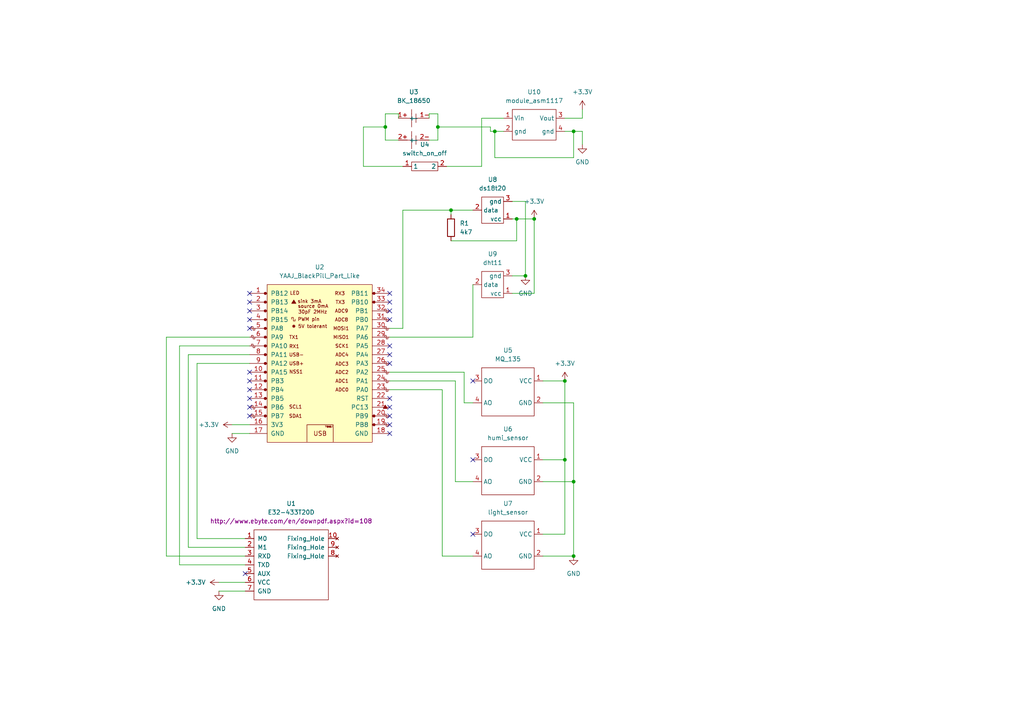
<source format=kicad_sch>
(kicad_sch (version 20211123) (generator eeschema)
  (paper "A4")
  (lib_symbols
    (symbol "Device:R" (pin_numbers hide) (pin_names (offset 0))
      (property "Reference" "R" (at 2.032 0 90))
      (property "Value" "R" (at 0 0 90))
      (symbol "R_0_1"
        (rectangle (start -1.016 -2.54) (end 1.016 2.54) (stroke (width 0.254)))
      )
      (symbol "R_1_1"
        (pin passive line (at 0 3.81 270) (length 1.27) (name "~") (number "1"))
        (pin passive line (at 0 -3.81 90) (length 1.27) (name "~") (number "2"))
      )
    )
    (symbol "E32-xxxT20D:E32-433T20D" (pin_names (offset 1.016))
      (property "Reference" "U" (at 0 3.302 0))
      (property "Value" "E32-433T20D" (at 0 1.27 0))
      (property "Datasheet" "http://www.ebyte.com/en/downpdf.aspx?id=108" (at 0 0 0))
      (symbol "E32-433T20D_0_1"
        (rectangle (start 0 0) (end 21.59 -20.32))
      )
      (symbol "E32-433T20D_1_0"
        (pin no_connect line (at 24.13 -7.62 180) (length 2.54) (name "Fixing_Hole") (number "8"))
      )
      (symbol "E32-433T20D_1_1"
        (pin input line (at -2.54 -2.54 0) (length 2.54) (name "M0") (number "1"))
        (pin no_connect line (at 24.13 -2.54 180) (length 2.54) (name "Fixing_Hole") (number "10"))
        (pin input line (at -2.54 -5.08 0) (length 2.54) (name "M1") (number "2"))
        (pin input line (at -2.54 -7.62 0) (length 2.54) (name "RXD") (number "3"))
        (pin output line (at -2.54 -10.16 0) (length 2.54) (name "TXD") (number "4"))
        (pin output line (at -2.54 -12.7 0) (length 2.54) (name "AUX") (number "5"))
        (pin input line (at -2.54 -15.24 0) (length 2.54) (name "VCC") (number "6"))
        (pin input line (at -2.54 -17.78 0) (length 2.54) (name "GND") (number "7"))
        (pin no_connect line (at 24.13 -5.08 180) (length 2.54) (name "Fixing_Hole") (number "9"))
      )
    )
    (symbol "YAAJ_BlackPill_Part_Like:YAAJ_BlackPill_Part_Like" (pin_names (offset 1.016))
      (property "Reference" "U" (at -13.97 24.13 0))
      (property "Value" "YAAJ_BlackPill_Part_Like" (at 0 -3.81 90))
      (symbol "YAAJ_BlackPill_Part_Like_0_0"
        (circle (center -15.748 -15.24) (radius 0.3556) (fill (type outline)))
        (circle (center -15.748 -12.7) (radius 0.3556) (fill (type outline)))
        (circle (center -15.748 -10.16) (radius 0.3556) (fill (type outline)))
        (circle (center -15.748 -7.62) (radius 0.3556) (fill (type outline)))
        (circle (center -15.748 -5.08) (radius 0.3556) (fill (type outline)))
        (circle (center -15.748 -2.54) (radius 0.3556) (fill (type outline)))
        (circle (center -15.748 0) (radius 0.3556) (fill (type outline)))
        (circle (center -15.748 2.54) (radius 0.3556) (fill (type outline)))
        (circle (center -15.748 5.08) (radius 0.3556) (fill (type outline)))
        (circle (center -15.748 7.62) (radius 0.3556) (fill (type outline)))
        (circle (center -15.748 10.16) (radius 0.3556) (fill (type outline)))
        (circle (center -15.748 12.7) (radius 0.3556) (fill (type outline)))
        (circle (center -15.748 15.24) (radius 0.3556) (fill (type outline)))
        (circle (center -15.748 20.32) (radius 0.3556) (fill (type outline)))
        (circle (center -7.493 10.795) (radius 0.127) (fill (type outline)))
        (circle (center -7.493 10.795) (radius 0.254))
        (circle (center -7.493 10.795) (radius 0.3556))
        (polyline (pts (xy -8.128 17.399) (xy -7.493 18.415) (xy -6.858 17.399) (xy -8.128 17.399) (xy -7.493 18.288) (xy -6.985 17.399) (xy -8.001 17.526) (xy -7.493 18.161) (xy -7.112 17.399) (xy -7.874 17.653) (xy -7.366 18.034) (xy -7.239 17.399) (xy -7.747 17.78) (xy -7.239 17.907) (xy -7.366 17.526) (xy -7.62 17.78) (xy -7.366 17.653) (xy -7.493 17.907)))
        (polyline (pts (xy 18.415 -13.081) (xy 19.05 -12.065) (xy 19.685 -13.081) (xy 18.415 -13.081) (xy 19.05 -12.192) (xy 19.558 -13.081) (xy 18.542 -12.954) (xy 19.05 -12.319) (xy 19.431 -13.081) (xy 18.669 -12.827) (xy 19.177 -12.446) (xy 19.304 -13.081) (xy 18.796 -12.7) (xy 19.304 -12.573) (xy 19.177 -12.954) (xy 18.923 -12.7) (xy 19.177 -12.827) (xy 19.05 -12.573)))
        (circle (center 15.748 -17.78) (radius 0.3556) (fill (type outline)))
        (circle (center 15.748 -15.24) (radius 0.3556) (fill (type outline)))
        (circle (center 15.748 17.78) (radius 0.254) (fill (type outline)))
        (circle (center 15.748 17.78) (radius 0.3556))
        (circle (center 15.748 20.32) (radius 0.254) (fill (type outline)))
        (circle (center 15.748 20.32) (radius 0.3556))
        (text "30pF 2MHz" (at -2.032 14.986 0) (effects (font (size 0.9906 0.9906))))
        (text "5V tolerant" (at -2.032 10.795 0) (effects (font (size 0.9906 0.9906))))
        (text "ADC0" (at 6.477 -7.62 0) (effects (font (size 0.9906 0.9906))))
        (text "ADC1" (at 6.477 -5.08 0) (effects (font (size 0.9906 0.9906))))
        (text "ADC2" (at 6.477 -2.54 0) (effects (font (size 0.9906 0.9906))))
        (text "ADC3" (at 6.477 -0.127 0) (effects (font (size 0.9906 0.9906))))
        (text "ADC4" (at 6.477 2.54 0) (effects (font (size 0.9906 0.9906))))
        (text "ADC8" (at 6.35 12.7 0) (effects (font (size 0.9906 0.9906))))
        (text "ADC9" (at 6.35 15.24 0) (effects (font (size 0.9906 0.9906))))
        (text "LED" (at -7.239 20.447 0) (effects (font (size 0.9906 0.9906))))
        (text "MISO1" (at 6.223 7.62 0) (effects (font (size 0.9906 0.9906))))
        (text "MOSI1" (at 6.223 10.16 0) (effects (font (size 0.9906 0.9906))))
        (text "NSS1" (at -6.858 -2.413 0) (effects (font (size 0.9906 0.9906))))
        (text "PWM pin" (at -3.175 12.827 0) (effects (font (size 0.9906 0.9906))))
        (text "RX1" (at -7.366 4.953 0) (effects (font (size 0.9906 0.9906))))
        (text "RX3" (at 5.842 20.32 0) (effects (font (size 0.9906 0.9906))))
        (text "SCK1" (at 6.477 5.08 0) (effects (font (size 0.9906 0.9906))))
        (text "SCL1" (at -6.985 -12.573 0) (effects (font (size 0.9906 0.9906))))
        (text "SDA1" (at -6.985 -15.24 0) (effects (font (size 0.9906 0.9906))))
        (text "sink 3mA" (at -2.921 18.034 0) (effects (font (size 0.9906 0.9906))))
        (text "source 0mA" (at -1.905 16.637 0) (effects (font (size 0.9906 0.9906))))
        (text "TX1" (at -7.493 7.62 0) (effects (font (size 0.9906 0.9906))))
        (text "TX3" (at 5.969 17.78 0) (effects (font (size 0.9906 0.9906))))
        (text "USB" (at 0.127 -20.32 0) (effects (font (size 1.27 1.27))))
        (text "USB+" (at -6.731 0 0) (effects (font (size 0.9906 0.9906))))
        (text "USB-" (at -6.731 2.54 0) (effects (font (size 0.9906 0.9906))))
        (text "Y@@J" (at 2.667 -18.288 0) (effects (font (size 0.508 0.508))))
      )
      (symbol "YAAJ_BlackPill_Part_Like_0_1"
        (rectangle (start -15.24 22.86) (end 15.24 -22.86) (fill (type background)))
        (polyline (pts (xy -18.796 -15.24) (xy -18.796 -15.748) (xy -19.304 -15.748) (xy -19.304 -14.732) (xy -19.812 -14.732) (xy -19.812 -15.24)))
        (polyline (pts (xy -18.796 -12.7) (xy -18.796 -13.208) (xy -19.304 -13.208) (xy -19.304 -12.192) (xy -19.812 -12.192) (xy -19.812 -12.7)))
        (polyline (pts (xy -18.796 5.08) (xy -18.796 4.572) (xy -19.304 4.572) (xy -19.304 5.588) (xy -19.812 5.588) (xy -19.812 5.08)))
        (polyline (pts (xy -18.796 7.62) (xy -18.796 7.112) (xy -19.304 7.112) (xy -19.304 8.128) (xy -19.812 8.128) (xy -19.812 7.62)))
        (polyline (pts (xy -18.796 10.16) (xy -18.796 9.652) (xy -19.304 9.652) (xy -19.304 10.668) (xy -19.812 10.668) (xy -19.812 10.16)))
        (polyline (pts (xy -7.112 12.827) (xy -7.112 12.319) (xy -7.62 12.319) (xy -7.62 13.335) (xy -8.128 13.335) (xy -8.128 12.827)))
        (polyline (pts (xy 18.796 -17.78) (xy 18.796 -17.272) (xy 19.304 -17.272) (xy 19.304 -18.288) (xy 19.812 -18.288) (xy 19.812 -17.78)))
        (polyline (pts (xy 18.796 -15.24) (xy 18.796 -14.732) (xy 19.304 -14.732) (xy 19.304 -15.748) (xy 19.812 -15.748) (xy 19.812 -15.24)))
        (polyline (pts (xy 19.812 -7.62) (xy 19.812 -8.128) (xy 19.304 -8.128) (xy 19.304 -7.112) (xy 18.796 -7.112) (xy 18.796 -7.62)))
        (polyline (pts (xy 19.812 -5.08) (xy 19.812 -5.588) (xy 19.304 -5.588) (xy 19.304 -4.572) (xy 18.796 -4.572) (xy 18.796 -5.08)))
        (polyline (pts (xy 19.812 -2.54) (xy 19.812 -3.048) (xy 19.304 -3.048) (xy 19.304 -2.032) (xy 18.796 -2.032) (xy 18.796 -2.54)))
        (polyline (pts (xy 19.812 0) (xy 19.812 -0.508) (xy 19.304 -0.508) (xy 19.304 0.508) (xy 18.796 0.508) (xy 18.796 0)))
        (polyline (pts (xy 19.812 7.62) (xy 19.812 7.112) (xy 19.304 7.112) (xy 19.304 8.128) (xy 18.796 8.128) (xy 18.796 7.62)))
        (polyline (pts (xy 19.812 10.16) (xy 19.812 9.652) (xy 19.304 9.652) (xy 19.304 10.668) (xy 18.796 10.668) (xy 18.796 10.16)))
        (polyline (pts (xy 19.812 12.7) (xy 19.812 12.192) (xy 19.304 12.192) (xy 19.304 13.208) (xy 18.796 13.208) (xy 18.796 12.7)))
        (polyline (pts (xy 19.812 15.24) (xy 19.812 14.732) (xy 19.304 14.732) (xy 19.304 15.748) (xy 18.796 15.748) (xy 18.796 15.24)))
        (rectangle (start 3.937 -17.78) (end -3.683 -22.86))
      )
      (symbol "YAAJ_BlackPill_Part_Like_1_1"
        (circle (center -15.748 17.78) (radius 0.3556) (fill (type outline)))
        (pin bidirectional line (at -20.32 20.32 0) (length 5.08) (name "PB12") (number "1"))
        (pin bidirectional line (at -20.32 -2.54 0) (length 5.08) (name "PA15") (number "10"))
        (pin bidirectional line (at -20.32 -5.08 0) (length 5.08) (name "PB3") (number "11"))
        (pin bidirectional line (at -20.32 -7.62 0) (length 5.08) (name "PB4") (number "12"))
        (pin bidirectional line (at -20.32 -10.16 0) (length 5.08) (name "PB5") (number "13"))
        (pin bidirectional line (at -20.32 -12.7 0) (length 5.08) (name "PB6") (number "14"))
        (pin bidirectional line (at -20.32 -15.24 0) (length 5.08) (name "PB7") (number "15"))
        (pin power_in line (at -20.32 -17.78 0) (length 5.08) (name "3V3") (number "16"))
        (pin power_in line (at -20.32 -20.32 0) (length 5.08) (name "GND") (number "17"))
        (pin power_in line (at 20.32 -20.32 180) (length 5.08) (name "GND") (number "18"))
        (pin bidirectional line (at 20.32 -17.78 180) (length 5.08) (name "PB8") (number "19"))
        (pin bidirectional line (at -20.32 17.78 0) (length 5.08) (name "PB13") (number "2"))
        (pin bidirectional line (at 20.32 -15.24 180) (length 5.08) (name "PB9") (number "20"))
        (pin bidirectional line (at 20.32 -12.7 180) (length 5.08) (name "PC13") (number "21"))
        (pin input line (at 20.32 -10.16 180) (length 5.08) (name "RST") (number "22"))
        (pin bidirectional line (at 20.32 -7.62 180) (length 5.08) (name "PA0") (number "23"))
        (pin bidirectional line (at 20.32 -5.08 180) (length 5.08) (name "PA1") (number "24"))
        (pin bidirectional line (at 20.32 -2.54 180) (length 5.08) (name "PA2") (number "25"))
        (pin bidirectional line (at 20.32 0 180) (length 5.08) (name "PA3") (number "26"))
        (pin bidirectional line (at 20.32 2.54 180) (length 5.08) (name "PA4") (number "27"))
        (pin bidirectional line (at 20.32 5.08 180) (length 5.08) (name "PA5") (number "28"))
        (pin bidirectional line (at 20.32 7.62 180) (length 5.08) (name "PA6") (number "29"))
        (pin bidirectional line (at -20.32 15.24 0) (length 5.08) (name "PB14") (number "3"))
        (pin bidirectional line (at 20.32 10.16 180) (length 5.08) (name "PA7") (number "30"))
        (pin bidirectional line (at 20.32 12.7 180) (length 5.08) (name "PB0") (number "31"))
        (pin bidirectional line (at 20.32 15.24 180) (length 5.08) (name "PB1") (number "32"))
        (pin bidirectional line (at 20.32 17.78 180) (length 5.08) (name "PB10") (number "33"))
        (pin bidirectional line (at 20.32 20.32 180) (length 5.08) (name "PB11") (number "34"))
        (pin bidirectional line (at -20.32 12.7 0) (length 5.08) (name "PB15") (number "4"))
        (pin bidirectional line (at -20.32 10.16 0) (length 5.08) (name "PA8") (number "5"))
        (pin bidirectional line (at -20.32 7.62 0) (length 5.08) (name "PA9") (number "6"))
        (pin bidirectional line (at -20.32 5.08 0) (length 5.08) (name "PA10") (number "7"))
        (pin bidirectional line (at -20.32 2.54 0) (length 5.08) (name "PA11") (number "8"))
        (pin bidirectional line (at -20.32 0 0) (length 5.08) (name "PA12") (number "9"))
      )
    )
    (symbol "ds18t20:ds18t20"
      (property "Reference" "U" (at 3.81 8.89 0))
      (property "Value" "ds18t20" (at 3.81 -2.54 0))
      (symbol "ds18t20_0_1"
        (rectangle (start 0 7.62) (end 6.35 0))
      )
      (symbol "ds18t20_1_1"
        (pin input line (at -2.54 6.35 0) (length 2.54) (name "vcc") (number "1"))
        (pin output line (at 8.89 3.81 180) (length 2.54) (name "data") (number "2"))
        (pin input line (at -2.54 1.27 0) (length 2.54) (name "gnd") (number "3"))
      )
    )
    (symbol "module_analog_sensor:BK_18650"
      (property "Reference" "U" (at 8.89 2.54 0))
      (property "Value" "BK_18650" (at 6.35 16.51 0))
      (symbol "BK_18650_0_1"
        (polyline (pts (xy 6.35 5.08) (xy 5.08 5.08)))
        (polyline (pts (xy 6.35 6.35) (xy 6.35 2.54)))
        (polyline (pts (xy 6.35 6.35) (xy 6.35 7.62)))
        (polyline (pts (xy 6.35 11.43) (xy 5.08 11.43)))
        (polyline (pts (xy 6.35 12.7) (xy 6.35 8.89)))
        (polyline (pts (xy 6.35 12.7) (xy 6.35 13.97)))
        (polyline (pts (xy 7.62 5.08) (xy 7.62 3.81)))
        (polyline (pts (xy 7.62 5.08) (xy 7.62 6.35)))
        (polyline (pts (xy 7.62 5.08) (xy 8.89 5.08)))
        (polyline (pts (xy 7.62 11.43) (xy 7.62 10.16)))
        (polyline (pts (xy 7.62 11.43) (xy 7.62 12.7)))
        (polyline (pts (xy 7.62 11.43) (xy 8.89 11.43)))
      )
      (symbol "BK_18650_1_1"
        (pin output line (at 2.54 11.43 0) (length 2.54) (name "+") (number "1+"))
        (pin output line (at 11.43 11.43 180) (length 2.54) (name "-") (number "1-"))
        (pin output line (at 2.54 5.08 0) (length 2.54) (name "+") (number "2+"))
        (pin output line (at 11.43 5.08 180) (length 2.54) (name "-") (number "2-"))
      )
    )
    (symbol "module_analog_sensor:MQ_135"
      (property "Reference" "U" (at 7.62 15.24 0))
      (property "Value" "MQ_135" (at 7.62 -1.27 0))
      (symbol "MQ_135_0_1"
        (rectangle (start 0 13.97) (end 0 13.97))
        (rectangle (start 0 13.97) (end 15.24 0))
      )
      (symbol "MQ_135_1_1"
        (pin power_in line (at 17.78 10.16 180) (length 2.54) (name "VCC") (number "1"))
        (pin power_in line (at 17.78 3.81 180) (length 2.54) (name "GND") (number "2"))
        (pin output line (at -2.54 10.16 0) (length 2.54) (name "DO") (number "3"))
        (pin output line (at -2.54 3.81 0) (length 2.54) (name "AO") (number "4"))
      )
    )
    (symbol "module_analog_sensor:humi_sensor"
      (property "Reference" "U" (at 1.27 15.24 0))
      (property "Value" "humi_sensor" (at 7.62 -2.54 0))
      (symbol "humi_sensor_0_1"
        (rectangle (start 0 13.97) (end 0 13.97))
        (rectangle (start 0 13.97) (end 15.24 0))
      )
      (symbol "humi_sensor_1_1"
        (pin power_in line (at 17.78 10.16 180) (length 2.54) (name "VCC") (number "1"))
        (pin power_in line (at 17.78 3.81 180) (length 2.54) (name "GND") (number "2"))
        (pin output line (at -2.54 10.16 0) (length 2.54) (name "DO") (number "3"))
        (pin output line (at -2.54 3.81 0) (length 2.54) (name "AO") (number "4"))
      )
    )
    (symbol "module_analog_sensor:light_sensor"
      (property "Reference" "U" (at 7.62 15.24 0))
      (property "Value" "light_sensor" (at 7.62 -1.27 0))
      (symbol "light_sensor_0_1"
        (rectangle (start 0 13.97) (end 0 13.97))
        (rectangle (start 0 13.97) (end 15.24 0))
      )
      (symbol "light_sensor_1_1"
        (pin power_in line (at 17.78 10.16 180) (length 2.54) (name "VCC") (number "1"))
        (pin power_in line (at 17.78 3.81 180) (length 2.54) (name "GND") (number "2"))
        (pin output line (at -2.54 10.16 0) (length 2.54) (name "DO") (number "3"))
        (pin output line (at -2.54 3.81 0) (length 2.54) (name "AO") (number "4"))
      )
    )
    (symbol "module_analog_sensor:module_asm1117"
      (property "Reference" "U" (at 6.35 10.16 0))
      (property "Value" "module_asm1117" (at 6.35 -2.54 0))
      (symbol "module_asm1117_0_1"
        (rectangle (start 0 8.89) (end 12.7 0))
      )
      (symbol "module_asm1117_1_1"
        (pin input line (at -2.54 6.35 0) (length 2.54) (name "Vin") (number "1"))
        (pin input line (at -2.54 2.54 0) (length 2.54) (name "gnd") (number "2"))
        (pin output line (at 15.24 6.35 180) (length 2.54) (name "Vout") (number "3"))
        (pin output line (at 15.24 2.54 180) (length 2.54) (name "gnd") (number "4"))
      )
    )
    (symbol "power:+3.3V" (power) (pin_names (offset 0))
      (property "Value" "+3.3V" (at 0 3.556 0))
      (symbol "+3.3V_0_1"
        (polyline (pts (xy -0.762 1.27) (xy 0 2.54)))
        (polyline (pts (xy 0 0) (xy 0 2.54)))
        (polyline (pts (xy 0 2.54) (xy 0.762 1.27)))
      )
      (symbol "+3.3V_1_1"
        (pin power_in line (at 0 0 90) (length 0) hide (name "+3.3V") (number "1"))
      )
    )
    (symbol "power:GND" (power) (pin_names (offset 0))
      (property "Value" "GND" (at 0 -3.81 0))
      (symbol "GND_0_1"
        (polyline (pts (xy 0 0) (xy 0 -1.27) (xy 1.27 -1.27) (xy 0 -2.54) (xy -1.27 -1.27) (xy 0 -1.27)))
      )
      (symbol "GND_1_1"
        (pin power_in line (at 0 0 270) (length 0) hide (name "GND") (number "1"))
      )
    )
    (symbol "switch:switch_on_off"
      (property "Reference" "U" (at 3.81 3.81 0))
      (property "Value" "switch_on_off" (at 3.81 -1.27 0))
      (symbol "switch_on_off_0_1"
        (rectangle (start 0 2.54) (end 7.62 0))
      )
      (symbol "switch_on_off_1_1"
        (pin input line (at -2.54 1.27 0) (length 2.54) (name "1") (number "1"))
        (pin output line (at 10.16 1.27 180) (length 2.54) (name "2") (number "2"))
      )
    )
  )
  (junction (at 166.37 38.1))
  (junction (at 166.37 139.7))
  (junction (at 152.4 80.01))
  (junction (at 111.76 36.83))
  (junction (at 127 36.83))
  (junction (at 143.51 38.1))
  (junction (at 130.81 60.96))
  (junction (at 149.86 63.5))
  (junction (at 154.94 63.5))
  (junction (at 163.83 110.49))
  (junction (at 163.83 133.35))
  (junction (at 166.37 161.29))
  (no_connect (at 72.39 110.49))
  (no_connect (at 72.39 115.57))
  (no_connect (at 113.03 125.73))
  (no_connect (at 113.03 105.41))
  (no_connect (at 72.39 118.11))
  (no_connect (at 113.03 87.63))
  (no_connect (at 113.03 100.33))
  (no_connect (at 72.39 95.25))
  (no_connect (at 113.03 92.71))
  (no_connect (at 113.03 115.57))
  (no_connect (at 137.16 154.94))
  (no_connect (at 113.03 102.87))
  (no_connect (at 71.12 166.37))
  (no_connect (at 72.39 90.17))
  (no_connect (at 72.39 120.65))
  (no_connect (at 113.03 118.11))
  (no_connect (at 113.03 90.17))
  (no_connect (at 137.16 110.49))
  (no_connect (at 113.03 85.09))
  (no_connect (at 72.39 87.63))
  (no_connect (at 113.03 120.65))
  (no_connect (at 72.39 92.71))
  (no_connect (at 137.16 133.35))
  (no_connect (at 72.39 107.95))
  (no_connect (at 72.39 113.03))
  (no_connect (at 113.03 123.19))
  (no_connect (at 72.39 85.09))
  (wire (pts (xy 124.46 34.29) (xy 124.46 33.02)))
  (wire (pts (xy 57.15 156.21) (xy 57.15 105.41)))
  (wire (pts (xy 163.83 154.94) (xy 163.83 133.35)))
  (wire (pts (xy 134.62 116.84) (xy 137.16 116.84)))
  (wire (pts (xy 134.62 107.95) (xy 134.62 116.84)))
  (wire (pts (xy 132.08 110.49) (xy 132.08 139.7)))
  (wire (pts (xy 166.37 116.84) (xy 166.37 139.7)))
  (wire (pts (xy 105.41 48.26) (xy 116.84 48.26)))
  (wire (pts (xy 52.07 100.33) (xy 52.07 163.83)))
  (wire (pts (xy 48.26 97.79) (xy 48.26 161.29)))
  (wire (pts (xy 105.41 36.83) (xy 105.41 48.26)))
  (wire (pts (xy 111.76 36.83) (xy 111.76 40.64)))
  (wire (pts (xy 127 36.83) (xy 142.24 36.83)))
  (wire (pts (xy 142.24 36.83) (xy 142.24 38.1)))
  (wire (pts (xy 124.46 33.02) (xy 127 33.02)))
  (wire (pts (xy 163.83 34.29) (xy 168.91 34.29)))
  (wire (pts (xy 115.57 33.02) (xy 111.76 33.02)))
  (wire (pts (xy 148.59 63.5) (xy 149.86 63.5)))
  (wire (pts (xy 54.61 158.75) (xy 71.12 158.75)))
  (wire (pts (xy 152.4 58.42) (xy 148.59 58.42)))
  (wire (pts (xy 157.48 154.94) (xy 163.83 154.94)))
  (wire (pts (xy 52.07 163.83) (xy 71.12 163.83)))
  (wire (pts (xy 166.37 45.72) (xy 166.37 38.1)))
  (wire (pts (xy 166.37 161.29) (xy 166.37 139.7)))
  (wire (pts (xy 163.83 38.1) (xy 166.37 38.1)))
  (wire (pts (xy 72.39 100.33) (xy 52.07 100.33)))
  (wire (pts (xy 111.76 36.83) (xy 105.41 36.83)))
  (wire (pts (xy 154.94 85.09) (xy 148.59 85.09)))
  (wire (pts (xy 130.81 60.96) (xy 130.81 62.23)))
  (wire (pts (xy 168.91 31.75) (xy 168.91 34.29)))
  (wire (pts (xy 137.16 97.79) (xy 137.16 82.55)))
  (wire (pts (xy 113.03 113.03) (xy 128.27 113.03)))
  (wire (pts (xy 127 36.83) (xy 127 40.64)))
  (wire (pts (xy 143.51 38.1) (xy 146.05 38.1)))
  (wire (pts (xy 113.03 107.95) (xy 134.62 107.95)))
  (wire (pts (xy 143.51 45.72) (xy 143.51 38.1)))
  (wire (pts (xy 157.48 110.49) (xy 163.83 110.49)))
  (wire (pts (xy 113.03 95.25) (xy 116.84 95.25)))
  (wire (pts (xy 143.51 45.72) (xy 166.37 45.72)))
  (wire (pts (xy 137.16 60.96) (xy 130.81 60.96)))
  (wire (pts (xy 148.59 80.01) (xy 152.4 80.01)))
  (wire (pts (xy 130.81 69.85) (xy 149.86 69.85)))
  (wire (pts (xy 127 33.02) (xy 127 36.83)))
  (wire (pts (xy 132.08 139.7) (xy 137.16 139.7)))
  (wire (pts (xy 111.76 40.64) (xy 115.57 40.64)))
  (wire (pts (xy 163.83 110.49) (xy 163.83 133.35)))
  (wire (pts (xy 111.76 33.02) (xy 111.76 36.83)))
  (wire (pts (xy 113.03 97.79) (xy 137.16 97.79)))
  (wire (pts (xy 71.12 156.21) (xy 57.15 156.21)))
  (wire (pts (xy 166.37 139.7) (xy 157.48 139.7)))
  (wire (pts (xy 67.31 123.19) (xy 72.39 123.19)))
  (wire (pts (xy 157.48 116.84) (xy 166.37 116.84)))
  (wire (pts (xy 130.81 60.96) (xy 116.84 60.96)))
  (wire (pts (xy 72.39 97.79) (xy 48.26 97.79)))
  (wire (pts (xy 139.7 48.26) (xy 139.7 34.29)))
  (wire (pts (xy 157.48 161.29) (xy 166.37 161.29)))
  (wire (pts (xy 168.91 38.1) (xy 168.91 41.91)))
  (wire (pts (xy 63.5 168.91) (xy 71.12 168.91)))
  (wire (pts (xy 67.31 125.73) (xy 72.39 125.73)))
  (wire (pts (xy 48.26 161.29) (xy 71.12 161.29)))
  (wire (pts (xy 113.03 110.49) (xy 132.08 110.49)))
  (wire (pts (xy 124.46 40.64) (xy 127 40.64)))
  (wire (pts (xy 149.86 63.5) (xy 154.94 63.5)))
  (wire (pts (xy 128.27 113.03) (xy 128.27 161.29)))
  (wire (pts (xy 149.86 69.85) (xy 149.86 63.5)))
  (wire (pts (xy 115.57 34.29) (xy 115.57 33.02)))
  (wire (pts (xy 142.24 38.1) (xy 143.51 38.1)))
  (wire (pts (xy 139.7 34.29) (xy 146.05 34.29)))
  (wire (pts (xy 63.5 171.45) (xy 71.12 171.45)))
  (wire (pts (xy 128.27 161.29) (xy 137.16 161.29)))
  (wire (pts (xy 116.84 60.96) (xy 116.84 95.25)))
  (wire (pts (xy 157.48 133.35) (xy 163.83 133.35)))
  (wire (pts (xy 129.54 48.26) (xy 139.7 48.26)))
  (wire (pts (xy 152.4 80.01) (xy 152.4 58.42)))
  (wire (pts (xy 154.94 63.5) (xy 154.94 85.09)))
  (wire (pts (xy 72.39 102.87) (xy 54.61 102.87)))
  (wire (pts (xy 57.15 105.41) (xy 72.39 105.41)))
  (wire (pts (xy 166.37 38.1) (xy 168.91 38.1)))
  (wire (pts (xy 54.61 102.87) (xy 54.61 158.75)))
  (symbol (lib_id "power:GND") (at 63.5 171.45 0) (unit 1)
    (property "Reference" "#PWR0106" (effects hide))
    (property "Value" "GND" (at 63.5 176.53 0))
  )
  (symbol (lib_id "power:GND") (at 152.4 80.01 0) (unit 1)
    (property "Reference" "#PWR0108" (effects hide))
    (property "Value" "GND" (at 152.4 85.09 0))
  )
  (symbol (lib_id "E32-xxxT20D:E32-433T20D") (at 73.66 153.67 0) (unit 1)
    (property "Reference" "U1" (at 84.455 146.05 0))
    (property "Value" "E32-433T20D" (at 84.455 148.59 0))
    (property "Footprint" "42CrMo4-KiCad-Library:E32-xxxT20D" (effects hide))
    (property "Datasheet" "http://www.ebyte.com/en/downpdf.aspx?id=108" (at 84.455 151.13 0))
  )
  (symbol (lib_id "ds18t20:ds18t20") (at 146.05 57.15 180) (unit 1)
    (property "Reference" "U8" (at 142.875 52.07 0))
    (property "Value" "ds18t20" (at 142.875 54.61 0))
    (property "Footprint" "ds18t20:dt18s20" (effects hide))
  )
  (symbol (lib_id "power:+3.3V") (at 168.91 31.75 0) (unit 1)
    (property "Reference" "#PWR0109" (effects hide))
    (property "Value" "+3.3V" (at 168.91 26.67 0))
  )
  (symbol (lib_id "ds18t20:ds18t20") (at 146.05 78.74 180) (unit 1)
    (property "Reference" "U9" (at 142.875 73.66 0))
    (property "Value" "dht11" (at 142.875 76.2 0))
    (property "Footprint" "ds18t20:dt18s20" (effects hide))
  )
  (symbol (lib_id "switch:switch_on_off") (at 119.38 49.53 0) (unit 1)
    (property "Reference" "U4" (at 123.19 41.91 0))
    (property "Value" "switch_on_off" (at 123.19 44.45 0))
    (property "Footprint" "switch:switch_on_off" (effects hide))
  )
  (symbol (lib_id "power:GND") (at 168.91 41.91 0) (unit 1)
    (property "Reference" "#PWR0110" (effects hide))
    (property "Value" "GND" (at 168.91 46.99 0))
  )
  (symbol (lib_id "YAAJ_BlackPill_Part_Like:YAAJ_BlackPill_Part_Like") (at 92.71 105.41 0) (unit 1)
    (property "Reference" "U2" (at 92.71 77.47 0))
    (property "Value" "YAAJ_BlackPill_Part_Like" (at 92.71 80.01 0))
    (property "Footprint" "Kicad-STM32:YAAJ_BlackPill_1" (effects hide))
  )
  (symbol (lib_id "module_analog_sensor:light_sensor") (at 139.7 165.1 0) (unit 1)
    (property "Reference" "U7" (at 147.32 146.05 0))
    (property "Value" "light_sensor" (at 147.32 148.59 0))
    (property "Footprint" "module_analog_sensor:light_sensor" (effects hide))
  )
  (symbol (lib_id "module_analog_sensor:module_asm1117") (at 148.59 40.64 0) (unit 1)
    (property "Reference" "U10" (at 154.94 26.67 0))
    (property "Value" "module_asm1117" (at 154.94 29.21 0))
    (property "Footprint" "module_analog_sensor:module_asm1117" (effects hide))
  )
  (symbol (lib_id "power:+3.3V") (at 154.94 63.5 0) (unit 1)
    (property "Reference" "#PWR0107" (effects hide))
    (property "Value" "+3.3V" (at 154.94 58.42 0))
  )
  (symbol (lib_id "power:GND") (at 166.37 161.29 0) (unit 1)
    (property "Reference" "#PWR0102" (effects hide))
    (property "Value" "GND" (at 166.37 166.37 0))
  )
  (symbol (lib_id "power:+3.3V") (at 67.31 123.19 90) (unit 1)
    (property "Reference" "#PWR0103" (effects hide))
    (property "Value" "+3.3V" (at 63.5 123.1899 90) (effects (justify left)))
  )
  (symbol (lib_id "module_analog_sensor:MQ_135") (at 139.7 120.65 0) (unit 1)
    (property "Reference" "U5" (at 147.32 101.6 0))
    (property "Value" "MQ_135" (at 147.32 104.14 0))
    (property "Footprint" "module_analog_sensor:MQ_135" (effects hide))
  )
  (symbol (lib_id "module_analog_sensor:humi_sensor") (at 139.7 143.51 0) (unit 1)
    (property "Reference" "U6" (at 147.32 124.46 0))
    (property "Value" "humi_sensor" (at 147.32 127 0))
    (property "Footprint" "module_analog_sensor:humi_sensor" (effects hide))
  )
  (symbol (lib_id "power:+3.3V") (at 163.83 110.49 0) (unit 1)
    (property "Reference" "#PWR0101" (effects hide))
    (property "Value" "+3.3V" (at 163.83 105.41 0))
  )
  (symbol (lib_id "Device:R") (at 130.81 66.04 0) (unit 1)
    (property "Reference" "R1" (at 133.35 64.7699 0) (effects (justify left)))
    (property "Value" "4k7" (at 133.35 67.3099 0) (effects (justify left)))
    (property "Footprint" "Resistor_THT:R_Axial_DIN0204_L3.6mm_D1.6mm_P2.54mm_Vertical" (effects hide))
  )
  (symbol (lib_id "power:+3.3V") (at 63.5 168.91 90) (unit 1)
    (property "Reference" "#PWR0105" (effects hide))
    (property "Value" "+3.3V" (at 59.69 168.9099 90) (effects (justify left)))
  )
  (symbol (lib_id "power:GND") (at 67.31 125.73 0) (unit 1)
    (property "Reference" "#PWR0104" (effects hide))
    (property "Value" "GND" (at 67.31 130.81 0))
  )
  (symbol (lib_id "module_analog_sensor:BK_18650") (at 113.03 45.72 0) (unit 1)
    (property "Reference" "U3" (at 120.015 26.67 0))
    (property "Value" "BK_18650" (at 120.015 29.21 0))
    (property "Footprint" "BK-18650-PC4:BAT_BK-18650-PC4" (effects hide))
  )
)
</source>
